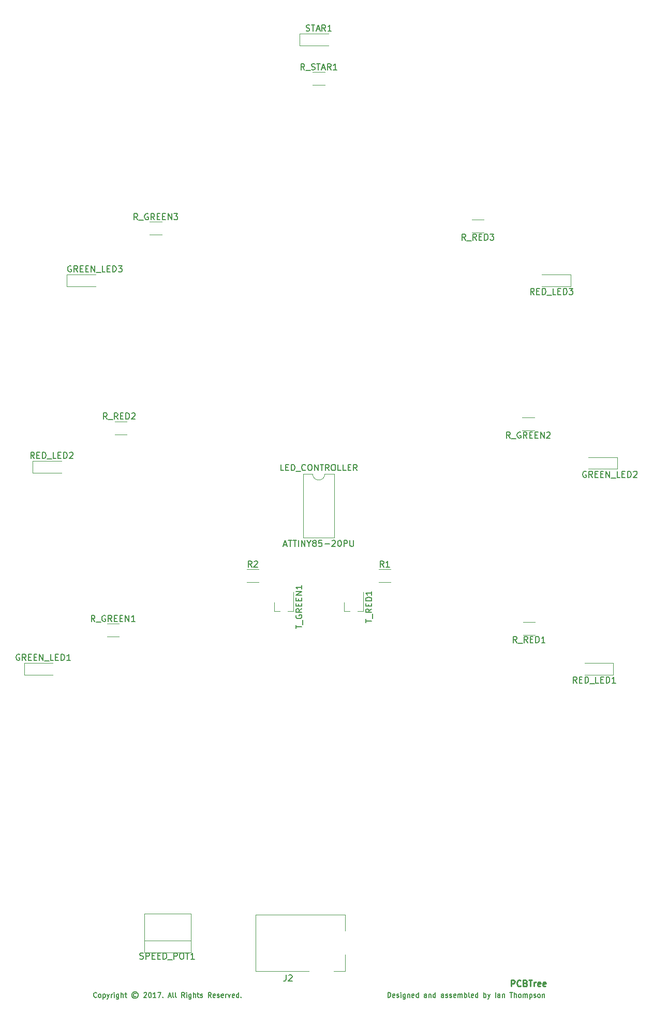
<source format=gbr>
G04 #@! TF.FileFunction,Legend,Top*
%FSLAX46Y46*%
G04 Gerber Fmt 4.6, Leading zero omitted, Abs format (unit mm)*
G04 Created by KiCad (PCBNEW 4.0.6) date Tuesday, November 14, 2017 'PMt' 08:02:21 PM*
%MOMM*%
%LPD*%
G01*
G04 APERTURE LIST*
%ADD10C,0.100000*%
%ADD11C,0.200000*%
%ADD12C,0.250000*%
%ADD13C,0.120000*%
%ADD14C,0.150000*%
G04 APERTURE END LIST*
D10*
D11*
X58904046Y-181895714D02*
X58865951Y-181933810D01*
X58751665Y-181971905D01*
X58675475Y-181971905D01*
X58561189Y-181933810D01*
X58484998Y-181857619D01*
X58446903Y-181781429D01*
X58408808Y-181629048D01*
X58408808Y-181514762D01*
X58446903Y-181362381D01*
X58484998Y-181286190D01*
X58561189Y-181210000D01*
X58675475Y-181171905D01*
X58751665Y-181171905D01*
X58865951Y-181210000D01*
X58904046Y-181248095D01*
X59361189Y-181971905D02*
X59284998Y-181933810D01*
X59246903Y-181895714D01*
X59208808Y-181819524D01*
X59208808Y-181590952D01*
X59246903Y-181514762D01*
X59284998Y-181476667D01*
X59361189Y-181438571D01*
X59475475Y-181438571D01*
X59551665Y-181476667D01*
X59589760Y-181514762D01*
X59627856Y-181590952D01*
X59627856Y-181819524D01*
X59589760Y-181895714D01*
X59551665Y-181933810D01*
X59475475Y-181971905D01*
X59361189Y-181971905D01*
X59970713Y-181438571D02*
X59970713Y-182238571D01*
X59970713Y-181476667D02*
X60046904Y-181438571D01*
X60199285Y-181438571D01*
X60275475Y-181476667D01*
X60313570Y-181514762D01*
X60351666Y-181590952D01*
X60351666Y-181819524D01*
X60313570Y-181895714D01*
X60275475Y-181933810D01*
X60199285Y-181971905D01*
X60046904Y-181971905D01*
X59970713Y-181933810D01*
X60618333Y-181438571D02*
X60808809Y-181971905D01*
X60999285Y-181438571D02*
X60808809Y-181971905D01*
X60732618Y-182162381D01*
X60694523Y-182200476D01*
X60618333Y-182238571D01*
X61304047Y-181971905D02*
X61304047Y-181438571D01*
X61304047Y-181590952D02*
X61342142Y-181514762D01*
X61380238Y-181476667D01*
X61456428Y-181438571D01*
X61532619Y-181438571D01*
X61799285Y-181971905D02*
X61799285Y-181438571D01*
X61799285Y-181171905D02*
X61761190Y-181210000D01*
X61799285Y-181248095D01*
X61837380Y-181210000D01*
X61799285Y-181171905D01*
X61799285Y-181248095D01*
X62523094Y-181438571D02*
X62523094Y-182086190D01*
X62484999Y-182162381D01*
X62446904Y-182200476D01*
X62370713Y-182238571D01*
X62256428Y-182238571D01*
X62180237Y-182200476D01*
X62523094Y-181933810D02*
X62446904Y-181971905D01*
X62294523Y-181971905D01*
X62218332Y-181933810D01*
X62180237Y-181895714D01*
X62142142Y-181819524D01*
X62142142Y-181590952D01*
X62180237Y-181514762D01*
X62218332Y-181476667D01*
X62294523Y-181438571D01*
X62446904Y-181438571D01*
X62523094Y-181476667D01*
X62904047Y-181971905D02*
X62904047Y-181171905D01*
X63246904Y-181971905D02*
X63246904Y-181552857D01*
X63208809Y-181476667D01*
X63132619Y-181438571D01*
X63018333Y-181438571D01*
X62942142Y-181476667D01*
X62904047Y-181514762D01*
X63513571Y-181438571D02*
X63818333Y-181438571D01*
X63627857Y-181171905D02*
X63627857Y-181857619D01*
X63665952Y-181933810D01*
X63742143Y-181971905D01*
X63818333Y-181971905D01*
X65342143Y-181362381D02*
X65265953Y-181324286D01*
X65113572Y-181324286D01*
X65037381Y-181362381D01*
X64961191Y-181438571D01*
X64923096Y-181514762D01*
X64923096Y-181667143D01*
X64961191Y-181743333D01*
X65037381Y-181819524D01*
X65113572Y-181857619D01*
X65265953Y-181857619D01*
X65342143Y-181819524D01*
X65189762Y-181057619D02*
X64999286Y-181095714D01*
X64808810Y-181210000D01*
X64694524Y-181400476D01*
X64656429Y-181590952D01*
X64694524Y-181781429D01*
X64808810Y-181971905D01*
X64999286Y-182086190D01*
X65189762Y-182124286D01*
X65380238Y-182086190D01*
X65570715Y-181971905D01*
X65685000Y-181781429D01*
X65723096Y-181590952D01*
X65685000Y-181400476D01*
X65570715Y-181210000D01*
X65380238Y-181095714D01*
X65189762Y-181057619D01*
X66637382Y-181248095D02*
X66675477Y-181210000D01*
X66751668Y-181171905D01*
X66942144Y-181171905D01*
X67018334Y-181210000D01*
X67056430Y-181248095D01*
X67094525Y-181324286D01*
X67094525Y-181400476D01*
X67056430Y-181514762D01*
X66599287Y-181971905D01*
X67094525Y-181971905D01*
X67589763Y-181171905D02*
X67665954Y-181171905D01*
X67742144Y-181210000D01*
X67780239Y-181248095D01*
X67818335Y-181324286D01*
X67856430Y-181476667D01*
X67856430Y-181667143D01*
X67818335Y-181819524D01*
X67780239Y-181895714D01*
X67742144Y-181933810D01*
X67665954Y-181971905D01*
X67589763Y-181971905D01*
X67513573Y-181933810D01*
X67475477Y-181895714D01*
X67437382Y-181819524D01*
X67399287Y-181667143D01*
X67399287Y-181476667D01*
X67437382Y-181324286D01*
X67475477Y-181248095D01*
X67513573Y-181210000D01*
X67589763Y-181171905D01*
X68618335Y-181971905D02*
X68161192Y-181971905D01*
X68389763Y-181971905D02*
X68389763Y-181171905D01*
X68313573Y-181286190D01*
X68237382Y-181362381D01*
X68161192Y-181400476D01*
X68885002Y-181171905D02*
X69418335Y-181171905D01*
X69075478Y-181971905D01*
X69723097Y-181895714D02*
X69761192Y-181933810D01*
X69723097Y-181971905D01*
X69685002Y-181933810D01*
X69723097Y-181895714D01*
X69723097Y-181971905D01*
X70675478Y-181743333D02*
X71056430Y-181743333D01*
X70599287Y-181971905D02*
X70865954Y-181171905D01*
X71132621Y-181971905D01*
X71513573Y-181971905D02*
X71437382Y-181933810D01*
X71399287Y-181857619D01*
X71399287Y-181171905D01*
X71932621Y-181971905D02*
X71856430Y-181933810D01*
X71818335Y-181857619D01*
X71818335Y-181171905D01*
X73304050Y-181971905D02*
X73037383Y-181590952D01*
X72846907Y-181971905D02*
X72846907Y-181171905D01*
X73151669Y-181171905D01*
X73227860Y-181210000D01*
X73265955Y-181248095D01*
X73304050Y-181324286D01*
X73304050Y-181438571D01*
X73265955Y-181514762D01*
X73227860Y-181552857D01*
X73151669Y-181590952D01*
X72846907Y-181590952D01*
X73646907Y-181971905D02*
X73646907Y-181438571D01*
X73646907Y-181171905D02*
X73608812Y-181210000D01*
X73646907Y-181248095D01*
X73685002Y-181210000D01*
X73646907Y-181171905D01*
X73646907Y-181248095D01*
X74370716Y-181438571D02*
X74370716Y-182086190D01*
X74332621Y-182162381D01*
X74294526Y-182200476D01*
X74218335Y-182238571D01*
X74104050Y-182238571D01*
X74027859Y-182200476D01*
X74370716Y-181933810D02*
X74294526Y-181971905D01*
X74142145Y-181971905D01*
X74065954Y-181933810D01*
X74027859Y-181895714D01*
X73989764Y-181819524D01*
X73989764Y-181590952D01*
X74027859Y-181514762D01*
X74065954Y-181476667D01*
X74142145Y-181438571D01*
X74294526Y-181438571D01*
X74370716Y-181476667D01*
X74751669Y-181971905D02*
X74751669Y-181171905D01*
X75094526Y-181971905D02*
X75094526Y-181552857D01*
X75056431Y-181476667D01*
X74980241Y-181438571D01*
X74865955Y-181438571D01*
X74789764Y-181476667D01*
X74751669Y-181514762D01*
X75361193Y-181438571D02*
X75665955Y-181438571D01*
X75475479Y-181171905D02*
X75475479Y-181857619D01*
X75513574Y-181933810D01*
X75589765Y-181971905D01*
X75665955Y-181971905D01*
X75894527Y-181933810D02*
X75970717Y-181971905D01*
X76123098Y-181971905D01*
X76199289Y-181933810D01*
X76237384Y-181857619D01*
X76237384Y-181819524D01*
X76199289Y-181743333D01*
X76123098Y-181705238D01*
X76008813Y-181705238D01*
X75932622Y-181667143D01*
X75894527Y-181590952D01*
X75894527Y-181552857D01*
X75932622Y-181476667D01*
X76008813Y-181438571D01*
X76123098Y-181438571D01*
X76199289Y-181476667D01*
X77646908Y-181971905D02*
X77380241Y-181590952D01*
X77189765Y-181971905D02*
X77189765Y-181171905D01*
X77494527Y-181171905D01*
X77570718Y-181210000D01*
X77608813Y-181248095D01*
X77646908Y-181324286D01*
X77646908Y-181438571D01*
X77608813Y-181514762D01*
X77570718Y-181552857D01*
X77494527Y-181590952D01*
X77189765Y-181590952D01*
X78294527Y-181933810D02*
X78218337Y-181971905D01*
X78065956Y-181971905D01*
X77989765Y-181933810D01*
X77951670Y-181857619D01*
X77951670Y-181552857D01*
X77989765Y-181476667D01*
X78065956Y-181438571D01*
X78218337Y-181438571D01*
X78294527Y-181476667D01*
X78332622Y-181552857D01*
X78332622Y-181629048D01*
X77951670Y-181705238D01*
X78637384Y-181933810D02*
X78713574Y-181971905D01*
X78865955Y-181971905D01*
X78942146Y-181933810D01*
X78980241Y-181857619D01*
X78980241Y-181819524D01*
X78942146Y-181743333D01*
X78865955Y-181705238D01*
X78751670Y-181705238D01*
X78675479Y-181667143D01*
X78637384Y-181590952D01*
X78637384Y-181552857D01*
X78675479Y-181476667D01*
X78751670Y-181438571D01*
X78865955Y-181438571D01*
X78942146Y-181476667D01*
X79627860Y-181933810D02*
X79551670Y-181971905D01*
X79399289Y-181971905D01*
X79323098Y-181933810D01*
X79285003Y-181857619D01*
X79285003Y-181552857D01*
X79323098Y-181476667D01*
X79399289Y-181438571D01*
X79551670Y-181438571D01*
X79627860Y-181476667D01*
X79665955Y-181552857D01*
X79665955Y-181629048D01*
X79285003Y-181705238D01*
X80008812Y-181971905D02*
X80008812Y-181438571D01*
X80008812Y-181590952D02*
X80046907Y-181514762D01*
X80085003Y-181476667D01*
X80161193Y-181438571D01*
X80237384Y-181438571D01*
X80427860Y-181438571D02*
X80618336Y-181971905D01*
X80808812Y-181438571D01*
X81418336Y-181933810D02*
X81342146Y-181971905D01*
X81189765Y-181971905D01*
X81113574Y-181933810D01*
X81075479Y-181857619D01*
X81075479Y-181552857D01*
X81113574Y-181476667D01*
X81189765Y-181438571D01*
X81342146Y-181438571D01*
X81418336Y-181476667D01*
X81456431Y-181552857D01*
X81456431Y-181629048D01*
X81075479Y-181705238D01*
X82142145Y-181971905D02*
X82142145Y-181171905D01*
X82142145Y-181933810D02*
X82065955Y-181971905D01*
X81913574Y-181971905D01*
X81837383Y-181933810D01*
X81799288Y-181895714D01*
X81761193Y-181819524D01*
X81761193Y-181590952D01*
X81799288Y-181514762D01*
X81837383Y-181476667D01*
X81913574Y-181438571D01*
X82065955Y-181438571D01*
X82142145Y-181476667D01*
X82523098Y-181895714D02*
X82561193Y-181933810D01*
X82523098Y-181971905D01*
X82485003Y-181933810D01*
X82523098Y-181895714D01*
X82523098Y-181971905D01*
X106560948Y-181971905D02*
X106560948Y-181171905D01*
X106751424Y-181171905D01*
X106865710Y-181210000D01*
X106941901Y-181286190D01*
X106979996Y-181362381D01*
X107018091Y-181514762D01*
X107018091Y-181629048D01*
X106979996Y-181781429D01*
X106941901Y-181857619D01*
X106865710Y-181933810D01*
X106751424Y-181971905D01*
X106560948Y-181971905D01*
X107665710Y-181933810D02*
X107589520Y-181971905D01*
X107437139Y-181971905D01*
X107360948Y-181933810D01*
X107322853Y-181857619D01*
X107322853Y-181552857D01*
X107360948Y-181476667D01*
X107437139Y-181438571D01*
X107589520Y-181438571D01*
X107665710Y-181476667D01*
X107703805Y-181552857D01*
X107703805Y-181629048D01*
X107322853Y-181705238D01*
X108008567Y-181933810D02*
X108084757Y-181971905D01*
X108237138Y-181971905D01*
X108313329Y-181933810D01*
X108351424Y-181857619D01*
X108351424Y-181819524D01*
X108313329Y-181743333D01*
X108237138Y-181705238D01*
X108122853Y-181705238D01*
X108046662Y-181667143D01*
X108008567Y-181590952D01*
X108008567Y-181552857D01*
X108046662Y-181476667D01*
X108122853Y-181438571D01*
X108237138Y-181438571D01*
X108313329Y-181476667D01*
X108694281Y-181971905D02*
X108694281Y-181438571D01*
X108694281Y-181171905D02*
X108656186Y-181210000D01*
X108694281Y-181248095D01*
X108732376Y-181210000D01*
X108694281Y-181171905D01*
X108694281Y-181248095D01*
X109418090Y-181438571D02*
X109418090Y-182086190D01*
X109379995Y-182162381D01*
X109341900Y-182200476D01*
X109265709Y-182238571D01*
X109151424Y-182238571D01*
X109075233Y-182200476D01*
X109418090Y-181933810D02*
X109341900Y-181971905D01*
X109189519Y-181971905D01*
X109113328Y-181933810D01*
X109075233Y-181895714D01*
X109037138Y-181819524D01*
X109037138Y-181590952D01*
X109075233Y-181514762D01*
X109113328Y-181476667D01*
X109189519Y-181438571D01*
X109341900Y-181438571D01*
X109418090Y-181476667D01*
X109799043Y-181438571D02*
X109799043Y-181971905D01*
X109799043Y-181514762D02*
X109837138Y-181476667D01*
X109913329Y-181438571D01*
X110027615Y-181438571D01*
X110103805Y-181476667D01*
X110141900Y-181552857D01*
X110141900Y-181971905D01*
X110827615Y-181933810D02*
X110751425Y-181971905D01*
X110599044Y-181971905D01*
X110522853Y-181933810D01*
X110484758Y-181857619D01*
X110484758Y-181552857D01*
X110522853Y-181476667D01*
X110599044Y-181438571D01*
X110751425Y-181438571D01*
X110827615Y-181476667D01*
X110865710Y-181552857D01*
X110865710Y-181629048D01*
X110484758Y-181705238D01*
X111551424Y-181971905D02*
X111551424Y-181171905D01*
X111551424Y-181933810D02*
X111475234Y-181971905D01*
X111322853Y-181971905D01*
X111246662Y-181933810D01*
X111208567Y-181895714D01*
X111170472Y-181819524D01*
X111170472Y-181590952D01*
X111208567Y-181514762D01*
X111246662Y-181476667D01*
X111322853Y-181438571D01*
X111475234Y-181438571D01*
X111551424Y-181476667D01*
X112884758Y-181971905D02*
X112884758Y-181552857D01*
X112846663Y-181476667D01*
X112770473Y-181438571D01*
X112618092Y-181438571D01*
X112541901Y-181476667D01*
X112884758Y-181933810D02*
X112808568Y-181971905D01*
X112618092Y-181971905D01*
X112541901Y-181933810D01*
X112503806Y-181857619D01*
X112503806Y-181781429D01*
X112541901Y-181705238D01*
X112618092Y-181667143D01*
X112808568Y-181667143D01*
X112884758Y-181629048D01*
X113265711Y-181438571D02*
X113265711Y-181971905D01*
X113265711Y-181514762D02*
X113303806Y-181476667D01*
X113379997Y-181438571D01*
X113494283Y-181438571D01*
X113570473Y-181476667D01*
X113608568Y-181552857D01*
X113608568Y-181971905D01*
X114332378Y-181971905D02*
X114332378Y-181171905D01*
X114332378Y-181933810D02*
X114256188Y-181971905D01*
X114103807Y-181971905D01*
X114027616Y-181933810D01*
X113989521Y-181895714D01*
X113951426Y-181819524D01*
X113951426Y-181590952D01*
X113989521Y-181514762D01*
X114027616Y-181476667D01*
X114103807Y-181438571D01*
X114256188Y-181438571D01*
X114332378Y-181476667D01*
X115665712Y-181971905D02*
X115665712Y-181552857D01*
X115627617Y-181476667D01*
X115551427Y-181438571D01*
X115399046Y-181438571D01*
X115322855Y-181476667D01*
X115665712Y-181933810D02*
X115589522Y-181971905D01*
X115399046Y-181971905D01*
X115322855Y-181933810D01*
X115284760Y-181857619D01*
X115284760Y-181781429D01*
X115322855Y-181705238D01*
X115399046Y-181667143D01*
X115589522Y-181667143D01*
X115665712Y-181629048D01*
X116008570Y-181933810D02*
X116084760Y-181971905D01*
X116237141Y-181971905D01*
X116313332Y-181933810D01*
X116351427Y-181857619D01*
X116351427Y-181819524D01*
X116313332Y-181743333D01*
X116237141Y-181705238D01*
X116122856Y-181705238D01*
X116046665Y-181667143D01*
X116008570Y-181590952D01*
X116008570Y-181552857D01*
X116046665Y-181476667D01*
X116122856Y-181438571D01*
X116237141Y-181438571D01*
X116313332Y-181476667D01*
X116656189Y-181933810D02*
X116732379Y-181971905D01*
X116884760Y-181971905D01*
X116960951Y-181933810D01*
X116999046Y-181857619D01*
X116999046Y-181819524D01*
X116960951Y-181743333D01*
X116884760Y-181705238D01*
X116770475Y-181705238D01*
X116694284Y-181667143D01*
X116656189Y-181590952D01*
X116656189Y-181552857D01*
X116694284Y-181476667D01*
X116770475Y-181438571D01*
X116884760Y-181438571D01*
X116960951Y-181476667D01*
X117646665Y-181933810D02*
X117570475Y-181971905D01*
X117418094Y-181971905D01*
X117341903Y-181933810D01*
X117303808Y-181857619D01*
X117303808Y-181552857D01*
X117341903Y-181476667D01*
X117418094Y-181438571D01*
X117570475Y-181438571D01*
X117646665Y-181476667D01*
X117684760Y-181552857D01*
X117684760Y-181629048D01*
X117303808Y-181705238D01*
X118027617Y-181971905D02*
X118027617Y-181438571D01*
X118027617Y-181514762D02*
X118065712Y-181476667D01*
X118141903Y-181438571D01*
X118256189Y-181438571D01*
X118332379Y-181476667D01*
X118370474Y-181552857D01*
X118370474Y-181971905D01*
X118370474Y-181552857D02*
X118408570Y-181476667D01*
X118484760Y-181438571D01*
X118599046Y-181438571D01*
X118675236Y-181476667D01*
X118713331Y-181552857D01*
X118713331Y-181971905D01*
X119094284Y-181971905D02*
X119094284Y-181171905D01*
X119094284Y-181476667D02*
X119170475Y-181438571D01*
X119322856Y-181438571D01*
X119399046Y-181476667D01*
X119437141Y-181514762D01*
X119475237Y-181590952D01*
X119475237Y-181819524D01*
X119437141Y-181895714D01*
X119399046Y-181933810D01*
X119322856Y-181971905D01*
X119170475Y-181971905D01*
X119094284Y-181933810D01*
X119932380Y-181971905D02*
X119856189Y-181933810D01*
X119818094Y-181857619D01*
X119818094Y-181171905D01*
X120541904Y-181933810D02*
X120465714Y-181971905D01*
X120313333Y-181971905D01*
X120237142Y-181933810D01*
X120199047Y-181857619D01*
X120199047Y-181552857D01*
X120237142Y-181476667D01*
X120313333Y-181438571D01*
X120465714Y-181438571D01*
X120541904Y-181476667D01*
X120579999Y-181552857D01*
X120579999Y-181629048D01*
X120199047Y-181705238D01*
X121265713Y-181971905D02*
X121265713Y-181171905D01*
X121265713Y-181933810D02*
X121189523Y-181971905D01*
X121037142Y-181971905D01*
X120960951Y-181933810D01*
X120922856Y-181895714D01*
X120884761Y-181819524D01*
X120884761Y-181590952D01*
X120922856Y-181514762D01*
X120960951Y-181476667D01*
X121037142Y-181438571D01*
X121189523Y-181438571D01*
X121265713Y-181476667D01*
X122256190Y-181971905D02*
X122256190Y-181171905D01*
X122256190Y-181476667D02*
X122332381Y-181438571D01*
X122484762Y-181438571D01*
X122560952Y-181476667D01*
X122599047Y-181514762D01*
X122637143Y-181590952D01*
X122637143Y-181819524D01*
X122599047Y-181895714D01*
X122560952Y-181933810D01*
X122484762Y-181971905D01*
X122332381Y-181971905D01*
X122256190Y-181933810D01*
X122903810Y-181438571D02*
X123094286Y-181971905D01*
X123284762Y-181438571D02*
X123094286Y-181971905D01*
X123018095Y-182162381D01*
X122980000Y-182200476D01*
X122903810Y-182238571D01*
X124199048Y-181971905D02*
X124199048Y-181171905D01*
X124922857Y-181971905D02*
X124922857Y-181552857D01*
X124884762Y-181476667D01*
X124808572Y-181438571D01*
X124656191Y-181438571D01*
X124580000Y-181476667D01*
X124922857Y-181933810D02*
X124846667Y-181971905D01*
X124656191Y-181971905D01*
X124580000Y-181933810D01*
X124541905Y-181857619D01*
X124541905Y-181781429D01*
X124580000Y-181705238D01*
X124656191Y-181667143D01*
X124846667Y-181667143D01*
X124922857Y-181629048D01*
X125303810Y-181438571D02*
X125303810Y-181971905D01*
X125303810Y-181514762D02*
X125341905Y-181476667D01*
X125418096Y-181438571D01*
X125532382Y-181438571D01*
X125608572Y-181476667D01*
X125646667Y-181552857D01*
X125646667Y-181971905D01*
X126522858Y-181171905D02*
X126980001Y-181171905D01*
X126751430Y-181971905D02*
X126751430Y-181171905D01*
X127246668Y-181971905D02*
X127246668Y-181171905D01*
X127589525Y-181971905D02*
X127589525Y-181552857D01*
X127551430Y-181476667D01*
X127475240Y-181438571D01*
X127360954Y-181438571D01*
X127284763Y-181476667D01*
X127246668Y-181514762D01*
X128084764Y-181971905D02*
X128008573Y-181933810D01*
X127970478Y-181895714D01*
X127932383Y-181819524D01*
X127932383Y-181590952D01*
X127970478Y-181514762D01*
X128008573Y-181476667D01*
X128084764Y-181438571D01*
X128199050Y-181438571D01*
X128275240Y-181476667D01*
X128313335Y-181514762D01*
X128351431Y-181590952D01*
X128351431Y-181819524D01*
X128313335Y-181895714D01*
X128275240Y-181933810D01*
X128199050Y-181971905D01*
X128084764Y-181971905D01*
X128694288Y-181971905D02*
X128694288Y-181438571D01*
X128694288Y-181514762D02*
X128732383Y-181476667D01*
X128808574Y-181438571D01*
X128922860Y-181438571D01*
X128999050Y-181476667D01*
X129037145Y-181552857D01*
X129037145Y-181971905D01*
X129037145Y-181552857D02*
X129075241Y-181476667D01*
X129151431Y-181438571D01*
X129265717Y-181438571D01*
X129341907Y-181476667D01*
X129380002Y-181552857D01*
X129380002Y-181971905D01*
X129760955Y-181438571D02*
X129760955Y-182238571D01*
X129760955Y-181476667D02*
X129837146Y-181438571D01*
X129989527Y-181438571D01*
X130065717Y-181476667D01*
X130103812Y-181514762D01*
X130141908Y-181590952D01*
X130141908Y-181819524D01*
X130103812Y-181895714D01*
X130065717Y-181933810D01*
X129989527Y-181971905D01*
X129837146Y-181971905D01*
X129760955Y-181933810D01*
X130446670Y-181933810D02*
X130522860Y-181971905D01*
X130675241Y-181971905D01*
X130751432Y-181933810D01*
X130789527Y-181857619D01*
X130789527Y-181819524D01*
X130751432Y-181743333D01*
X130675241Y-181705238D01*
X130560956Y-181705238D01*
X130484765Y-181667143D01*
X130446670Y-181590952D01*
X130446670Y-181552857D01*
X130484765Y-181476667D01*
X130560956Y-181438571D01*
X130675241Y-181438571D01*
X130751432Y-181476667D01*
X131246670Y-181971905D02*
X131170479Y-181933810D01*
X131132384Y-181895714D01*
X131094289Y-181819524D01*
X131094289Y-181590952D01*
X131132384Y-181514762D01*
X131170479Y-181476667D01*
X131246670Y-181438571D01*
X131360956Y-181438571D01*
X131437146Y-181476667D01*
X131475241Y-181514762D01*
X131513337Y-181590952D01*
X131513337Y-181819524D01*
X131475241Y-181895714D01*
X131437146Y-181933810D01*
X131360956Y-181971905D01*
X131246670Y-181971905D01*
X131856194Y-181438571D02*
X131856194Y-181971905D01*
X131856194Y-181514762D02*
X131894289Y-181476667D01*
X131970480Y-181438571D01*
X132084766Y-181438571D01*
X132160956Y-181476667D01*
X132199051Y-181552857D01*
X132199051Y-181971905D01*
D12*
X126730476Y-180157381D02*
X126730476Y-179157381D01*
X127111429Y-179157381D01*
X127206667Y-179205000D01*
X127254286Y-179252619D01*
X127301905Y-179347857D01*
X127301905Y-179490714D01*
X127254286Y-179585952D01*
X127206667Y-179633571D01*
X127111429Y-179681190D01*
X126730476Y-179681190D01*
X128301905Y-180062143D02*
X128254286Y-180109762D01*
X128111429Y-180157381D01*
X128016191Y-180157381D01*
X127873333Y-180109762D01*
X127778095Y-180014524D01*
X127730476Y-179919286D01*
X127682857Y-179728810D01*
X127682857Y-179585952D01*
X127730476Y-179395476D01*
X127778095Y-179300238D01*
X127873333Y-179205000D01*
X128016191Y-179157381D01*
X128111429Y-179157381D01*
X128254286Y-179205000D01*
X128301905Y-179252619D01*
X129063810Y-179633571D02*
X129206667Y-179681190D01*
X129254286Y-179728810D01*
X129301905Y-179824048D01*
X129301905Y-179966905D01*
X129254286Y-180062143D01*
X129206667Y-180109762D01*
X129111429Y-180157381D01*
X128730476Y-180157381D01*
X128730476Y-179157381D01*
X129063810Y-179157381D01*
X129159048Y-179205000D01*
X129206667Y-179252619D01*
X129254286Y-179347857D01*
X129254286Y-179443095D01*
X129206667Y-179538333D01*
X129159048Y-179585952D01*
X129063810Y-179633571D01*
X128730476Y-179633571D01*
X129587619Y-179157381D02*
X130159048Y-179157381D01*
X129873333Y-180157381D02*
X129873333Y-179157381D01*
X130492381Y-180157381D02*
X130492381Y-179490714D01*
X130492381Y-179681190D02*
X130540000Y-179585952D01*
X130587619Y-179538333D01*
X130682857Y-179490714D01*
X130778096Y-179490714D01*
X131492382Y-180109762D02*
X131397144Y-180157381D01*
X131206667Y-180157381D01*
X131111429Y-180109762D01*
X131063810Y-180014524D01*
X131063810Y-179633571D01*
X131111429Y-179538333D01*
X131206667Y-179490714D01*
X131397144Y-179490714D01*
X131492382Y-179538333D01*
X131540001Y-179633571D01*
X131540001Y-179728810D01*
X131063810Y-179824048D01*
X132349525Y-180109762D02*
X132254287Y-180157381D01*
X132063810Y-180157381D01*
X131968572Y-180109762D01*
X131920953Y-180014524D01*
X131920953Y-179633571D01*
X131968572Y-179538333D01*
X132063810Y-179490714D01*
X132254287Y-179490714D01*
X132349525Y-179538333D01*
X132397144Y-179633571D01*
X132397144Y-179728810D01*
X131920953Y-179824048D01*
D13*
X47065000Y-127320000D02*
X47065000Y-129220000D01*
X47065000Y-129220000D02*
X51765000Y-129220000D01*
X47065000Y-127320000D02*
X51765000Y-127320000D01*
X144070000Y-95565000D02*
X144070000Y-93665000D01*
X144070000Y-93665000D02*
X139370000Y-93665000D01*
X144070000Y-95565000D02*
X139370000Y-95565000D01*
X54050000Y-63820000D02*
X54050000Y-65720000D01*
X54050000Y-65720000D02*
X58750000Y-65720000D01*
X54050000Y-63820000D02*
X58750000Y-63820000D01*
X94250000Y-96400000D02*
X92680000Y-96400000D01*
X92680000Y-96400000D02*
X92680000Y-106800000D01*
X92680000Y-106800000D02*
X97820000Y-106800000D01*
X97820000Y-106800000D02*
X97820000Y-96400000D01*
X97820000Y-96400000D02*
X96250000Y-96400000D01*
X96250000Y-96400000D02*
G75*
G02X94250000Y-96400000I-1000000J0D01*
G01*
X143435000Y-129220000D02*
X143435000Y-127320000D01*
X143435000Y-127320000D02*
X138735000Y-127320000D01*
X143435000Y-129220000D02*
X138735000Y-129220000D01*
X48462000Y-94300000D02*
X48462000Y-96200000D01*
X48462000Y-96200000D02*
X53162000Y-96200000D01*
X48462000Y-94300000D02*
X53162000Y-94300000D01*
X136450000Y-65720000D02*
X136450000Y-63820000D01*
X136450000Y-63820000D02*
X131750000Y-63820000D01*
X136450000Y-65720000D02*
X131750000Y-65720000D01*
X62595000Y-122990000D02*
X60595000Y-122990000D01*
X60595000Y-120850000D02*
X62595000Y-120850000D01*
X128540000Y-87195000D02*
X130540000Y-87195000D01*
X130540000Y-89335000D02*
X128540000Y-89335000D01*
X69580000Y-57331000D02*
X67580000Y-57331000D01*
X67580000Y-55191000D02*
X69580000Y-55191000D01*
X128667000Y-120596000D02*
X130667000Y-120596000D01*
X130667000Y-122736000D02*
X128667000Y-122736000D01*
X63865000Y-89970000D02*
X61865000Y-89970000D01*
X61865000Y-87830000D02*
X63865000Y-87830000D01*
X120285000Y-54810000D02*
X122285000Y-54810000D01*
X122285000Y-56950000D02*
X120285000Y-56950000D01*
X96250000Y-32820000D02*
X94250000Y-32820000D01*
X94250000Y-30680000D02*
X96250000Y-30680000D01*
X74295000Y-174620000D02*
X74295000Y-168280000D01*
X66675000Y-174620000D02*
X66675000Y-168280000D01*
X66675000Y-172720000D02*
X74295000Y-172720000D01*
X74295000Y-174620000D02*
X66675000Y-174620000D01*
X66675000Y-168280000D02*
X74295000Y-168280000D01*
X92150000Y-24450000D02*
X92150000Y-26350000D01*
X92150000Y-26350000D02*
X96850000Y-26350000D01*
X92150000Y-24450000D02*
X96850000Y-24450000D01*
X93679000Y-177701000D02*
X84879000Y-177701000D01*
X84879000Y-177701000D02*
X84879000Y-168501000D01*
X99579000Y-175001000D02*
X99579000Y-177701000D01*
X99579000Y-177701000D02*
X97679000Y-177701000D01*
X84879000Y-168501000D02*
X99579000Y-168501000D01*
X99579000Y-168501000D02*
X99579000Y-171101000D01*
X107045000Y-114100000D02*
X105045000Y-114100000D01*
X105045000Y-111960000D02*
X107045000Y-111960000D01*
X85455000Y-114100000D02*
X83455000Y-114100000D01*
X83455000Y-111960000D02*
X85455000Y-111960000D01*
X87955000Y-118870000D02*
X88885000Y-118870000D01*
X91115000Y-118870000D02*
X90185000Y-118870000D01*
X91115000Y-118870000D02*
X91115000Y-115710000D01*
X87955000Y-118870000D02*
X87955000Y-117410000D01*
X99385000Y-118870000D02*
X100315000Y-118870000D01*
X102545000Y-118870000D02*
X101615000Y-118870000D01*
X102545000Y-118870000D02*
X102545000Y-115710000D01*
X99385000Y-118870000D02*
X99385000Y-117410000D01*
D14*
X46284048Y-125920000D02*
X46188810Y-125872381D01*
X46045953Y-125872381D01*
X45903095Y-125920000D01*
X45807857Y-126015238D01*
X45760238Y-126110476D01*
X45712619Y-126300952D01*
X45712619Y-126443810D01*
X45760238Y-126634286D01*
X45807857Y-126729524D01*
X45903095Y-126824762D01*
X46045953Y-126872381D01*
X46141191Y-126872381D01*
X46284048Y-126824762D01*
X46331667Y-126777143D01*
X46331667Y-126443810D01*
X46141191Y-126443810D01*
X47331667Y-126872381D02*
X46998333Y-126396190D01*
X46760238Y-126872381D02*
X46760238Y-125872381D01*
X47141191Y-125872381D01*
X47236429Y-125920000D01*
X47284048Y-125967619D01*
X47331667Y-126062857D01*
X47331667Y-126205714D01*
X47284048Y-126300952D01*
X47236429Y-126348571D01*
X47141191Y-126396190D01*
X46760238Y-126396190D01*
X47760238Y-126348571D02*
X48093572Y-126348571D01*
X48236429Y-126872381D02*
X47760238Y-126872381D01*
X47760238Y-125872381D01*
X48236429Y-125872381D01*
X48665000Y-126348571D02*
X48998334Y-126348571D01*
X49141191Y-126872381D02*
X48665000Y-126872381D01*
X48665000Y-125872381D01*
X49141191Y-125872381D01*
X49569762Y-126872381D02*
X49569762Y-125872381D01*
X50141191Y-126872381D01*
X50141191Y-125872381D01*
X50379286Y-126967619D02*
X51141191Y-126967619D01*
X51855477Y-126872381D02*
X51379286Y-126872381D01*
X51379286Y-125872381D01*
X52188810Y-126348571D02*
X52522144Y-126348571D01*
X52665001Y-126872381D02*
X52188810Y-126872381D01*
X52188810Y-125872381D01*
X52665001Y-125872381D01*
X53093572Y-126872381D02*
X53093572Y-125872381D01*
X53331667Y-125872381D01*
X53474525Y-125920000D01*
X53569763Y-126015238D01*
X53617382Y-126110476D01*
X53665001Y-126300952D01*
X53665001Y-126443810D01*
X53617382Y-126634286D01*
X53569763Y-126729524D01*
X53474525Y-126824762D01*
X53331667Y-126872381D01*
X53093572Y-126872381D01*
X54617382Y-126872381D02*
X54045953Y-126872381D01*
X54331667Y-126872381D02*
X54331667Y-125872381D01*
X54236429Y-126015238D01*
X54141191Y-126110476D01*
X54045953Y-126158095D01*
X138994048Y-96020000D02*
X138898810Y-95972381D01*
X138755953Y-95972381D01*
X138613095Y-96020000D01*
X138517857Y-96115238D01*
X138470238Y-96210476D01*
X138422619Y-96400952D01*
X138422619Y-96543810D01*
X138470238Y-96734286D01*
X138517857Y-96829524D01*
X138613095Y-96924762D01*
X138755953Y-96972381D01*
X138851191Y-96972381D01*
X138994048Y-96924762D01*
X139041667Y-96877143D01*
X139041667Y-96543810D01*
X138851191Y-96543810D01*
X140041667Y-96972381D02*
X139708333Y-96496190D01*
X139470238Y-96972381D02*
X139470238Y-95972381D01*
X139851191Y-95972381D01*
X139946429Y-96020000D01*
X139994048Y-96067619D01*
X140041667Y-96162857D01*
X140041667Y-96305714D01*
X139994048Y-96400952D01*
X139946429Y-96448571D01*
X139851191Y-96496190D01*
X139470238Y-96496190D01*
X140470238Y-96448571D02*
X140803572Y-96448571D01*
X140946429Y-96972381D02*
X140470238Y-96972381D01*
X140470238Y-95972381D01*
X140946429Y-95972381D01*
X141375000Y-96448571D02*
X141708334Y-96448571D01*
X141851191Y-96972381D02*
X141375000Y-96972381D01*
X141375000Y-95972381D01*
X141851191Y-95972381D01*
X142279762Y-96972381D02*
X142279762Y-95972381D01*
X142851191Y-96972381D01*
X142851191Y-95972381D01*
X143089286Y-97067619D02*
X143851191Y-97067619D01*
X144565477Y-96972381D02*
X144089286Y-96972381D01*
X144089286Y-95972381D01*
X144898810Y-96448571D02*
X145232144Y-96448571D01*
X145375001Y-96972381D02*
X144898810Y-96972381D01*
X144898810Y-95972381D01*
X145375001Y-95972381D01*
X145803572Y-96972381D02*
X145803572Y-95972381D01*
X146041667Y-95972381D01*
X146184525Y-96020000D01*
X146279763Y-96115238D01*
X146327382Y-96210476D01*
X146375001Y-96400952D01*
X146375001Y-96543810D01*
X146327382Y-96734286D01*
X146279763Y-96829524D01*
X146184525Y-96924762D01*
X146041667Y-96972381D01*
X145803572Y-96972381D01*
X146755953Y-96067619D02*
X146803572Y-96020000D01*
X146898810Y-95972381D01*
X147136906Y-95972381D01*
X147232144Y-96020000D01*
X147279763Y-96067619D01*
X147327382Y-96162857D01*
X147327382Y-96258095D01*
X147279763Y-96400952D01*
X146708334Y-96972381D01*
X147327382Y-96972381D01*
X54729548Y-62428500D02*
X54634310Y-62380881D01*
X54491453Y-62380881D01*
X54348595Y-62428500D01*
X54253357Y-62523738D01*
X54205738Y-62618976D01*
X54158119Y-62809452D01*
X54158119Y-62952310D01*
X54205738Y-63142786D01*
X54253357Y-63238024D01*
X54348595Y-63333262D01*
X54491453Y-63380881D01*
X54586691Y-63380881D01*
X54729548Y-63333262D01*
X54777167Y-63285643D01*
X54777167Y-62952310D01*
X54586691Y-62952310D01*
X55777167Y-63380881D02*
X55443833Y-62904690D01*
X55205738Y-63380881D02*
X55205738Y-62380881D01*
X55586691Y-62380881D01*
X55681929Y-62428500D01*
X55729548Y-62476119D01*
X55777167Y-62571357D01*
X55777167Y-62714214D01*
X55729548Y-62809452D01*
X55681929Y-62857071D01*
X55586691Y-62904690D01*
X55205738Y-62904690D01*
X56205738Y-62857071D02*
X56539072Y-62857071D01*
X56681929Y-63380881D02*
X56205738Y-63380881D01*
X56205738Y-62380881D01*
X56681929Y-62380881D01*
X57110500Y-62857071D02*
X57443834Y-62857071D01*
X57586691Y-63380881D02*
X57110500Y-63380881D01*
X57110500Y-62380881D01*
X57586691Y-62380881D01*
X58015262Y-63380881D02*
X58015262Y-62380881D01*
X58586691Y-63380881D01*
X58586691Y-62380881D01*
X58824786Y-63476119D02*
X59586691Y-63476119D01*
X60300977Y-63380881D02*
X59824786Y-63380881D01*
X59824786Y-62380881D01*
X60634310Y-62857071D02*
X60967644Y-62857071D01*
X61110501Y-63380881D02*
X60634310Y-63380881D01*
X60634310Y-62380881D01*
X61110501Y-62380881D01*
X61539072Y-63380881D02*
X61539072Y-62380881D01*
X61777167Y-62380881D01*
X61920025Y-62428500D01*
X62015263Y-62523738D01*
X62062882Y-62618976D01*
X62110501Y-62809452D01*
X62110501Y-62952310D01*
X62062882Y-63142786D01*
X62015263Y-63238024D01*
X61920025Y-63333262D01*
X61777167Y-63380881D01*
X61539072Y-63380881D01*
X62443834Y-62380881D02*
X63062882Y-62380881D01*
X62729548Y-62761833D01*
X62872406Y-62761833D01*
X62967644Y-62809452D01*
X63015263Y-62857071D01*
X63062882Y-62952310D01*
X63062882Y-63190405D01*
X63015263Y-63285643D01*
X62967644Y-63333262D01*
X62872406Y-63380881D01*
X62586691Y-63380881D01*
X62491453Y-63333262D01*
X62443834Y-63285643D01*
X89511905Y-95852381D02*
X89035714Y-95852381D01*
X89035714Y-94852381D01*
X89845238Y-95328571D02*
X90178572Y-95328571D01*
X90321429Y-95852381D02*
X89845238Y-95852381D01*
X89845238Y-94852381D01*
X90321429Y-94852381D01*
X90750000Y-95852381D02*
X90750000Y-94852381D01*
X90988095Y-94852381D01*
X91130953Y-94900000D01*
X91226191Y-94995238D01*
X91273810Y-95090476D01*
X91321429Y-95280952D01*
X91321429Y-95423810D01*
X91273810Y-95614286D01*
X91226191Y-95709524D01*
X91130953Y-95804762D01*
X90988095Y-95852381D01*
X90750000Y-95852381D01*
X91511905Y-95947619D02*
X92273810Y-95947619D01*
X93083334Y-95757143D02*
X93035715Y-95804762D01*
X92892858Y-95852381D01*
X92797620Y-95852381D01*
X92654762Y-95804762D01*
X92559524Y-95709524D01*
X92511905Y-95614286D01*
X92464286Y-95423810D01*
X92464286Y-95280952D01*
X92511905Y-95090476D01*
X92559524Y-94995238D01*
X92654762Y-94900000D01*
X92797620Y-94852381D01*
X92892858Y-94852381D01*
X93035715Y-94900000D01*
X93083334Y-94947619D01*
X93702381Y-94852381D02*
X93892858Y-94852381D01*
X93988096Y-94900000D01*
X94083334Y-94995238D01*
X94130953Y-95185714D01*
X94130953Y-95519048D01*
X94083334Y-95709524D01*
X93988096Y-95804762D01*
X93892858Y-95852381D01*
X93702381Y-95852381D01*
X93607143Y-95804762D01*
X93511905Y-95709524D01*
X93464286Y-95519048D01*
X93464286Y-95185714D01*
X93511905Y-94995238D01*
X93607143Y-94900000D01*
X93702381Y-94852381D01*
X94559524Y-95852381D02*
X94559524Y-94852381D01*
X95130953Y-95852381D01*
X95130953Y-94852381D01*
X95464286Y-94852381D02*
X96035715Y-94852381D01*
X95750000Y-95852381D02*
X95750000Y-94852381D01*
X96940477Y-95852381D02*
X96607143Y-95376190D01*
X96369048Y-95852381D02*
X96369048Y-94852381D01*
X96750001Y-94852381D01*
X96845239Y-94900000D01*
X96892858Y-94947619D01*
X96940477Y-95042857D01*
X96940477Y-95185714D01*
X96892858Y-95280952D01*
X96845239Y-95328571D01*
X96750001Y-95376190D01*
X96369048Y-95376190D01*
X97559524Y-94852381D02*
X97750001Y-94852381D01*
X97845239Y-94900000D01*
X97940477Y-94995238D01*
X97988096Y-95185714D01*
X97988096Y-95519048D01*
X97940477Y-95709524D01*
X97845239Y-95804762D01*
X97750001Y-95852381D01*
X97559524Y-95852381D01*
X97464286Y-95804762D01*
X97369048Y-95709524D01*
X97321429Y-95519048D01*
X97321429Y-95185714D01*
X97369048Y-94995238D01*
X97464286Y-94900000D01*
X97559524Y-94852381D01*
X98892858Y-95852381D02*
X98416667Y-95852381D01*
X98416667Y-94852381D01*
X99702382Y-95852381D02*
X99226191Y-95852381D01*
X99226191Y-94852381D01*
X100035715Y-95328571D02*
X100369049Y-95328571D01*
X100511906Y-95852381D02*
X100035715Y-95852381D01*
X100035715Y-94852381D01*
X100511906Y-94852381D01*
X101511906Y-95852381D02*
X101178572Y-95376190D01*
X100940477Y-95852381D02*
X100940477Y-94852381D01*
X101321430Y-94852381D01*
X101416668Y-94900000D01*
X101464287Y-94947619D01*
X101511906Y-95042857D01*
X101511906Y-95185714D01*
X101464287Y-95280952D01*
X101416668Y-95328571D01*
X101321430Y-95376190D01*
X100940477Y-95376190D01*
X89511905Y-107966667D02*
X89988096Y-107966667D01*
X89416667Y-108252381D02*
X89750000Y-107252381D01*
X90083334Y-108252381D01*
X90273810Y-107252381D02*
X90845239Y-107252381D01*
X90559524Y-108252381D02*
X90559524Y-107252381D01*
X91035715Y-107252381D02*
X91607144Y-107252381D01*
X91321429Y-108252381D02*
X91321429Y-107252381D01*
X91940477Y-108252381D02*
X91940477Y-107252381D01*
X92416667Y-108252381D02*
X92416667Y-107252381D01*
X92988096Y-108252381D01*
X92988096Y-107252381D01*
X93654762Y-107776190D02*
X93654762Y-108252381D01*
X93321429Y-107252381D02*
X93654762Y-107776190D01*
X93988096Y-107252381D01*
X94464286Y-107680952D02*
X94369048Y-107633333D01*
X94321429Y-107585714D01*
X94273810Y-107490476D01*
X94273810Y-107442857D01*
X94321429Y-107347619D01*
X94369048Y-107300000D01*
X94464286Y-107252381D01*
X94654763Y-107252381D01*
X94750001Y-107300000D01*
X94797620Y-107347619D01*
X94845239Y-107442857D01*
X94845239Y-107490476D01*
X94797620Y-107585714D01*
X94750001Y-107633333D01*
X94654763Y-107680952D01*
X94464286Y-107680952D01*
X94369048Y-107728571D01*
X94321429Y-107776190D01*
X94273810Y-107871429D01*
X94273810Y-108061905D01*
X94321429Y-108157143D01*
X94369048Y-108204762D01*
X94464286Y-108252381D01*
X94654763Y-108252381D01*
X94750001Y-108204762D01*
X94797620Y-108157143D01*
X94845239Y-108061905D01*
X94845239Y-107871429D01*
X94797620Y-107776190D01*
X94750001Y-107728571D01*
X94654763Y-107680952D01*
X95750001Y-107252381D02*
X95273810Y-107252381D01*
X95226191Y-107728571D01*
X95273810Y-107680952D01*
X95369048Y-107633333D01*
X95607144Y-107633333D01*
X95702382Y-107680952D01*
X95750001Y-107728571D01*
X95797620Y-107823810D01*
X95797620Y-108061905D01*
X95750001Y-108157143D01*
X95702382Y-108204762D01*
X95607144Y-108252381D01*
X95369048Y-108252381D01*
X95273810Y-108204762D01*
X95226191Y-108157143D01*
X96226191Y-107871429D02*
X96988096Y-107871429D01*
X97416667Y-107347619D02*
X97464286Y-107300000D01*
X97559524Y-107252381D01*
X97797620Y-107252381D01*
X97892858Y-107300000D01*
X97940477Y-107347619D01*
X97988096Y-107442857D01*
X97988096Y-107538095D01*
X97940477Y-107680952D01*
X97369048Y-108252381D01*
X97988096Y-108252381D01*
X98607143Y-107252381D02*
X98702382Y-107252381D01*
X98797620Y-107300000D01*
X98845239Y-107347619D01*
X98892858Y-107442857D01*
X98940477Y-107633333D01*
X98940477Y-107871429D01*
X98892858Y-108061905D01*
X98845239Y-108157143D01*
X98797620Y-108204762D01*
X98702382Y-108252381D01*
X98607143Y-108252381D01*
X98511905Y-108204762D01*
X98464286Y-108157143D01*
X98416667Y-108061905D01*
X98369048Y-107871429D01*
X98369048Y-107633333D01*
X98416667Y-107442857D01*
X98464286Y-107347619D01*
X98511905Y-107300000D01*
X98607143Y-107252381D01*
X99369048Y-108252381D02*
X99369048Y-107252381D01*
X99750001Y-107252381D01*
X99845239Y-107300000D01*
X99892858Y-107347619D01*
X99940477Y-107442857D01*
X99940477Y-107585714D01*
X99892858Y-107680952D01*
X99845239Y-107728571D01*
X99750001Y-107776190D01*
X99369048Y-107776190D01*
X100369048Y-107252381D02*
X100369048Y-108061905D01*
X100416667Y-108157143D01*
X100464286Y-108204762D01*
X100559524Y-108252381D01*
X100750001Y-108252381D01*
X100845239Y-108204762D01*
X100892858Y-108157143D01*
X100940477Y-108061905D01*
X100940477Y-107252381D01*
X137477857Y-130572381D02*
X137144523Y-130096190D01*
X136906428Y-130572381D02*
X136906428Y-129572381D01*
X137287381Y-129572381D01*
X137382619Y-129620000D01*
X137430238Y-129667619D01*
X137477857Y-129762857D01*
X137477857Y-129905714D01*
X137430238Y-130000952D01*
X137382619Y-130048571D01*
X137287381Y-130096190D01*
X136906428Y-130096190D01*
X137906428Y-130048571D02*
X138239762Y-130048571D01*
X138382619Y-130572381D02*
X137906428Y-130572381D01*
X137906428Y-129572381D01*
X138382619Y-129572381D01*
X138811190Y-130572381D02*
X138811190Y-129572381D01*
X139049285Y-129572381D01*
X139192143Y-129620000D01*
X139287381Y-129715238D01*
X139335000Y-129810476D01*
X139382619Y-130000952D01*
X139382619Y-130143810D01*
X139335000Y-130334286D01*
X139287381Y-130429524D01*
X139192143Y-130524762D01*
X139049285Y-130572381D01*
X138811190Y-130572381D01*
X139573095Y-130667619D02*
X140335000Y-130667619D01*
X141049286Y-130572381D02*
X140573095Y-130572381D01*
X140573095Y-129572381D01*
X141382619Y-130048571D02*
X141715953Y-130048571D01*
X141858810Y-130572381D02*
X141382619Y-130572381D01*
X141382619Y-129572381D01*
X141858810Y-129572381D01*
X142287381Y-130572381D02*
X142287381Y-129572381D01*
X142525476Y-129572381D01*
X142668334Y-129620000D01*
X142763572Y-129715238D01*
X142811191Y-129810476D01*
X142858810Y-130000952D01*
X142858810Y-130143810D01*
X142811191Y-130334286D01*
X142763572Y-130429524D01*
X142668334Y-130524762D01*
X142525476Y-130572381D01*
X142287381Y-130572381D01*
X143811191Y-130572381D02*
X143239762Y-130572381D01*
X143525476Y-130572381D02*
X143525476Y-129572381D01*
X143430238Y-129715238D01*
X143335000Y-129810476D01*
X143239762Y-129858095D01*
X48704857Y-93852381D02*
X48371523Y-93376190D01*
X48133428Y-93852381D02*
X48133428Y-92852381D01*
X48514381Y-92852381D01*
X48609619Y-92900000D01*
X48657238Y-92947619D01*
X48704857Y-93042857D01*
X48704857Y-93185714D01*
X48657238Y-93280952D01*
X48609619Y-93328571D01*
X48514381Y-93376190D01*
X48133428Y-93376190D01*
X49133428Y-93328571D02*
X49466762Y-93328571D01*
X49609619Y-93852381D02*
X49133428Y-93852381D01*
X49133428Y-92852381D01*
X49609619Y-92852381D01*
X50038190Y-93852381D02*
X50038190Y-92852381D01*
X50276285Y-92852381D01*
X50419143Y-92900000D01*
X50514381Y-92995238D01*
X50562000Y-93090476D01*
X50609619Y-93280952D01*
X50609619Y-93423810D01*
X50562000Y-93614286D01*
X50514381Y-93709524D01*
X50419143Y-93804762D01*
X50276285Y-93852381D01*
X50038190Y-93852381D01*
X50800095Y-93947619D02*
X51562000Y-93947619D01*
X52276286Y-93852381D02*
X51800095Y-93852381D01*
X51800095Y-92852381D01*
X52609619Y-93328571D02*
X52942953Y-93328571D01*
X53085810Y-93852381D02*
X52609619Y-93852381D01*
X52609619Y-92852381D01*
X53085810Y-92852381D01*
X53514381Y-93852381D02*
X53514381Y-92852381D01*
X53752476Y-92852381D01*
X53895334Y-92900000D01*
X53990572Y-92995238D01*
X54038191Y-93090476D01*
X54085810Y-93280952D01*
X54085810Y-93423810D01*
X54038191Y-93614286D01*
X53990572Y-93709524D01*
X53895334Y-93804762D01*
X53752476Y-93852381D01*
X53514381Y-93852381D01*
X54466762Y-92947619D02*
X54514381Y-92900000D01*
X54609619Y-92852381D01*
X54847715Y-92852381D01*
X54942953Y-92900000D01*
X54990572Y-92947619D01*
X55038191Y-93042857D01*
X55038191Y-93138095D01*
X54990572Y-93280952D01*
X54419143Y-93852381D01*
X55038191Y-93852381D01*
X130492857Y-67072381D02*
X130159523Y-66596190D01*
X129921428Y-67072381D02*
X129921428Y-66072381D01*
X130302381Y-66072381D01*
X130397619Y-66120000D01*
X130445238Y-66167619D01*
X130492857Y-66262857D01*
X130492857Y-66405714D01*
X130445238Y-66500952D01*
X130397619Y-66548571D01*
X130302381Y-66596190D01*
X129921428Y-66596190D01*
X130921428Y-66548571D02*
X131254762Y-66548571D01*
X131397619Y-67072381D02*
X130921428Y-67072381D01*
X130921428Y-66072381D01*
X131397619Y-66072381D01*
X131826190Y-67072381D02*
X131826190Y-66072381D01*
X132064285Y-66072381D01*
X132207143Y-66120000D01*
X132302381Y-66215238D01*
X132350000Y-66310476D01*
X132397619Y-66500952D01*
X132397619Y-66643810D01*
X132350000Y-66834286D01*
X132302381Y-66929524D01*
X132207143Y-67024762D01*
X132064285Y-67072381D01*
X131826190Y-67072381D01*
X132588095Y-67167619D02*
X133350000Y-67167619D01*
X134064286Y-67072381D02*
X133588095Y-67072381D01*
X133588095Y-66072381D01*
X134397619Y-66548571D02*
X134730953Y-66548571D01*
X134873810Y-67072381D02*
X134397619Y-67072381D01*
X134397619Y-66072381D01*
X134873810Y-66072381D01*
X135302381Y-67072381D02*
X135302381Y-66072381D01*
X135540476Y-66072381D01*
X135683334Y-66120000D01*
X135778572Y-66215238D01*
X135826191Y-66310476D01*
X135873810Y-66500952D01*
X135873810Y-66643810D01*
X135826191Y-66834286D01*
X135778572Y-66929524D01*
X135683334Y-67024762D01*
X135540476Y-67072381D01*
X135302381Y-67072381D01*
X136207143Y-66072381D02*
X136826191Y-66072381D01*
X136492857Y-66453333D01*
X136635715Y-66453333D01*
X136730953Y-66500952D01*
X136778572Y-66548571D01*
X136826191Y-66643810D01*
X136826191Y-66881905D01*
X136778572Y-66977143D01*
X136730953Y-67024762D01*
X136635715Y-67072381D01*
X136350000Y-67072381D01*
X136254762Y-67024762D01*
X136207143Y-66977143D01*
X58618810Y-120522381D02*
X58285476Y-120046190D01*
X58047381Y-120522381D02*
X58047381Y-119522381D01*
X58428334Y-119522381D01*
X58523572Y-119570000D01*
X58571191Y-119617619D01*
X58618810Y-119712857D01*
X58618810Y-119855714D01*
X58571191Y-119950952D01*
X58523572Y-119998571D01*
X58428334Y-120046190D01*
X58047381Y-120046190D01*
X58809286Y-120617619D02*
X59571191Y-120617619D01*
X60333096Y-119570000D02*
X60237858Y-119522381D01*
X60095001Y-119522381D01*
X59952143Y-119570000D01*
X59856905Y-119665238D01*
X59809286Y-119760476D01*
X59761667Y-119950952D01*
X59761667Y-120093810D01*
X59809286Y-120284286D01*
X59856905Y-120379524D01*
X59952143Y-120474762D01*
X60095001Y-120522381D01*
X60190239Y-120522381D01*
X60333096Y-120474762D01*
X60380715Y-120427143D01*
X60380715Y-120093810D01*
X60190239Y-120093810D01*
X61380715Y-120522381D02*
X61047381Y-120046190D01*
X60809286Y-120522381D02*
X60809286Y-119522381D01*
X61190239Y-119522381D01*
X61285477Y-119570000D01*
X61333096Y-119617619D01*
X61380715Y-119712857D01*
X61380715Y-119855714D01*
X61333096Y-119950952D01*
X61285477Y-119998571D01*
X61190239Y-120046190D01*
X60809286Y-120046190D01*
X61809286Y-119998571D02*
X62142620Y-119998571D01*
X62285477Y-120522381D02*
X61809286Y-120522381D01*
X61809286Y-119522381D01*
X62285477Y-119522381D01*
X62714048Y-119998571D02*
X63047382Y-119998571D01*
X63190239Y-120522381D02*
X62714048Y-120522381D01*
X62714048Y-119522381D01*
X63190239Y-119522381D01*
X63618810Y-120522381D02*
X63618810Y-119522381D01*
X64190239Y-120522381D01*
X64190239Y-119522381D01*
X65190239Y-120522381D02*
X64618810Y-120522381D01*
X64904524Y-120522381D02*
X64904524Y-119522381D01*
X64809286Y-119665238D01*
X64714048Y-119760476D01*
X64618810Y-119808095D01*
X126563810Y-90567381D02*
X126230476Y-90091190D01*
X125992381Y-90567381D02*
X125992381Y-89567381D01*
X126373334Y-89567381D01*
X126468572Y-89615000D01*
X126516191Y-89662619D01*
X126563810Y-89757857D01*
X126563810Y-89900714D01*
X126516191Y-89995952D01*
X126468572Y-90043571D01*
X126373334Y-90091190D01*
X125992381Y-90091190D01*
X126754286Y-90662619D02*
X127516191Y-90662619D01*
X128278096Y-89615000D02*
X128182858Y-89567381D01*
X128040001Y-89567381D01*
X127897143Y-89615000D01*
X127801905Y-89710238D01*
X127754286Y-89805476D01*
X127706667Y-89995952D01*
X127706667Y-90138810D01*
X127754286Y-90329286D01*
X127801905Y-90424524D01*
X127897143Y-90519762D01*
X128040001Y-90567381D01*
X128135239Y-90567381D01*
X128278096Y-90519762D01*
X128325715Y-90472143D01*
X128325715Y-90138810D01*
X128135239Y-90138810D01*
X129325715Y-90567381D02*
X128992381Y-90091190D01*
X128754286Y-90567381D02*
X128754286Y-89567381D01*
X129135239Y-89567381D01*
X129230477Y-89615000D01*
X129278096Y-89662619D01*
X129325715Y-89757857D01*
X129325715Y-89900714D01*
X129278096Y-89995952D01*
X129230477Y-90043571D01*
X129135239Y-90091190D01*
X128754286Y-90091190D01*
X129754286Y-90043571D02*
X130087620Y-90043571D01*
X130230477Y-90567381D02*
X129754286Y-90567381D01*
X129754286Y-89567381D01*
X130230477Y-89567381D01*
X130659048Y-90043571D02*
X130992382Y-90043571D01*
X131135239Y-90567381D02*
X130659048Y-90567381D01*
X130659048Y-89567381D01*
X131135239Y-89567381D01*
X131563810Y-90567381D02*
X131563810Y-89567381D01*
X132135239Y-90567381D01*
X132135239Y-89567381D01*
X132563810Y-89662619D02*
X132611429Y-89615000D01*
X132706667Y-89567381D01*
X132944763Y-89567381D01*
X133040001Y-89615000D01*
X133087620Y-89662619D01*
X133135239Y-89757857D01*
X133135239Y-89853095D01*
X133087620Y-89995952D01*
X132516191Y-90567381D01*
X133135239Y-90567381D01*
X65603810Y-54863381D02*
X65270476Y-54387190D01*
X65032381Y-54863381D02*
X65032381Y-53863381D01*
X65413334Y-53863381D01*
X65508572Y-53911000D01*
X65556191Y-53958619D01*
X65603810Y-54053857D01*
X65603810Y-54196714D01*
X65556191Y-54291952D01*
X65508572Y-54339571D01*
X65413334Y-54387190D01*
X65032381Y-54387190D01*
X65794286Y-54958619D02*
X66556191Y-54958619D01*
X67318096Y-53911000D02*
X67222858Y-53863381D01*
X67080001Y-53863381D01*
X66937143Y-53911000D01*
X66841905Y-54006238D01*
X66794286Y-54101476D01*
X66746667Y-54291952D01*
X66746667Y-54434810D01*
X66794286Y-54625286D01*
X66841905Y-54720524D01*
X66937143Y-54815762D01*
X67080001Y-54863381D01*
X67175239Y-54863381D01*
X67318096Y-54815762D01*
X67365715Y-54768143D01*
X67365715Y-54434810D01*
X67175239Y-54434810D01*
X68365715Y-54863381D02*
X68032381Y-54387190D01*
X67794286Y-54863381D02*
X67794286Y-53863381D01*
X68175239Y-53863381D01*
X68270477Y-53911000D01*
X68318096Y-53958619D01*
X68365715Y-54053857D01*
X68365715Y-54196714D01*
X68318096Y-54291952D01*
X68270477Y-54339571D01*
X68175239Y-54387190D01*
X67794286Y-54387190D01*
X68794286Y-54339571D02*
X69127620Y-54339571D01*
X69270477Y-54863381D02*
X68794286Y-54863381D01*
X68794286Y-53863381D01*
X69270477Y-53863381D01*
X69699048Y-54339571D02*
X70032382Y-54339571D01*
X70175239Y-54863381D02*
X69699048Y-54863381D01*
X69699048Y-53863381D01*
X70175239Y-53863381D01*
X70603810Y-54863381D02*
X70603810Y-53863381D01*
X71175239Y-54863381D01*
X71175239Y-53863381D01*
X71556191Y-53863381D02*
X72175239Y-53863381D01*
X71841905Y-54244333D01*
X71984763Y-54244333D01*
X72080001Y-54291952D01*
X72127620Y-54339571D01*
X72175239Y-54434810D01*
X72175239Y-54672905D01*
X72127620Y-54768143D01*
X72080001Y-54815762D01*
X71984763Y-54863381D01*
X71699048Y-54863381D01*
X71603810Y-54815762D01*
X71556191Y-54768143D01*
X127667000Y-123968381D02*
X127333666Y-123492190D01*
X127095571Y-123968381D02*
X127095571Y-122968381D01*
X127476524Y-122968381D01*
X127571762Y-123016000D01*
X127619381Y-123063619D01*
X127667000Y-123158857D01*
X127667000Y-123301714D01*
X127619381Y-123396952D01*
X127571762Y-123444571D01*
X127476524Y-123492190D01*
X127095571Y-123492190D01*
X127857476Y-124063619D02*
X128619381Y-124063619D01*
X129428905Y-123968381D02*
X129095571Y-123492190D01*
X128857476Y-123968381D02*
X128857476Y-122968381D01*
X129238429Y-122968381D01*
X129333667Y-123016000D01*
X129381286Y-123063619D01*
X129428905Y-123158857D01*
X129428905Y-123301714D01*
X129381286Y-123396952D01*
X129333667Y-123444571D01*
X129238429Y-123492190D01*
X128857476Y-123492190D01*
X129857476Y-123444571D02*
X130190810Y-123444571D01*
X130333667Y-123968381D02*
X129857476Y-123968381D01*
X129857476Y-122968381D01*
X130333667Y-122968381D01*
X130762238Y-123968381D02*
X130762238Y-122968381D01*
X131000333Y-122968381D01*
X131143191Y-123016000D01*
X131238429Y-123111238D01*
X131286048Y-123206476D01*
X131333667Y-123396952D01*
X131333667Y-123539810D01*
X131286048Y-123730286D01*
X131238429Y-123825524D01*
X131143191Y-123920762D01*
X131000333Y-123968381D01*
X130762238Y-123968381D01*
X132286048Y-123968381D02*
X131714619Y-123968381D01*
X132000333Y-123968381D02*
X132000333Y-122968381D01*
X131905095Y-123111238D01*
X131809857Y-123206476D01*
X131714619Y-123254095D01*
X60611000Y-87447381D02*
X60277666Y-86971190D01*
X60039571Y-87447381D02*
X60039571Y-86447381D01*
X60420524Y-86447381D01*
X60515762Y-86495000D01*
X60563381Y-86542619D01*
X60611000Y-86637857D01*
X60611000Y-86780714D01*
X60563381Y-86875952D01*
X60515762Y-86923571D01*
X60420524Y-86971190D01*
X60039571Y-86971190D01*
X60801476Y-87542619D02*
X61563381Y-87542619D01*
X62372905Y-87447381D02*
X62039571Y-86971190D01*
X61801476Y-87447381D02*
X61801476Y-86447381D01*
X62182429Y-86447381D01*
X62277667Y-86495000D01*
X62325286Y-86542619D01*
X62372905Y-86637857D01*
X62372905Y-86780714D01*
X62325286Y-86875952D01*
X62277667Y-86923571D01*
X62182429Y-86971190D01*
X61801476Y-86971190D01*
X62801476Y-86923571D02*
X63134810Y-86923571D01*
X63277667Y-87447381D02*
X62801476Y-87447381D01*
X62801476Y-86447381D01*
X63277667Y-86447381D01*
X63706238Y-87447381D02*
X63706238Y-86447381D01*
X63944333Y-86447381D01*
X64087191Y-86495000D01*
X64182429Y-86590238D01*
X64230048Y-86685476D01*
X64277667Y-86875952D01*
X64277667Y-87018810D01*
X64230048Y-87209286D01*
X64182429Y-87304524D01*
X64087191Y-87399762D01*
X63944333Y-87447381D01*
X63706238Y-87447381D01*
X64658619Y-86542619D02*
X64706238Y-86495000D01*
X64801476Y-86447381D01*
X65039572Y-86447381D01*
X65134810Y-86495000D01*
X65182429Y-86542619D01*
X65230048Y-86637857D01*
X65230048Y-86733095D01*
X65182429Y-86875952D01*
X64611000Y-87447381D01*
X65230048Y-87447381D01*
X119285000Y-58182381D02*
X118951666Y-57706190D01*
X118713571Y-58182381D02*
X118713571Y-57182381D01*
X119094524Y-57182381D01*
X119189762Y-57230000D01*
X119237381Y-57277619D01*
X119285000Y-57372857D01*
X119285000Y-57515714D01*
X119237381Y-57610952D01*
X119189762Y-57658571D01*
X119094524Y-57706190D01*
X118713571Y-57706190D01*
X119475476Y-58277619D02*
X120237381Y-58277619D01*
X121046905Y-58182381D02*
X120713571Y-57706190D01*
X120475476Y-58182381D02*
X120475476Y-57182381D01*
X120856429Y-57182381D01*
X120951667Y-57230000D01*
X120999286Y-57277619D01*
X121046905Y-57372857D01*
X121046905Y-57515714D01*
X120999286Y-57610952D01*
X120951667Y-57658571D01*
X120856429Y-57706190D01*
X120475476Y-57706190D01*
X121475476Y-57658571D02*
X121808810Y-57658571D01*
X121951667Y-58182381D02*
X121475476Y-58182381D01*
X121475476Y-57182381D01*
X121951667Y-57182381D01*
X122380238Y-58182381D02*
X122380238Y-57182381D01*
X122618333Y-57182381D01*
X122761191Y-57230000D01*
X122856429Y-57325238D01*
X122904048Y-57420476D01*
X122951667Y-57610952D01*
X122951667Y-57753810D01*
X122904048Y-57944286D01*
X122856429Y-58039524D01*
X122761191Y-58134762D01*
X122618333Y-58182381D01*
X122380238Y-58182381D01*
X123285000Y-57182381D02*
X123904048Y-57182381D01*
X123570714Y-57563333D01*
X123713572Y-57563333D01*
X123808810Y-57610952D01*
X123856429Y-57658571D01*
X123904048Y-57753810D01*
X123904048Y-57991905D01*
X123856429Y-58087143D01*
X123808810Y-58134762D01*
X123713572Y-58182381D01*
X123427857Y-58182381D01*
X123332619Y-58134762D01*
X123285000Y-58087143D01*
X92916667Y-30352381D02*
X92583333Y-29876190D01*
X92345238Y-30352381D02*
X92345238Y-29352381D01*
X92726191Y-29352381D01*
X92821429Y-29400000D01*
X92869048Y-29447619D01*
X92916667Y-29542857D01*
X92916667Y-29685714D01*
X92869048Y-29780952D01*
X92821429Y-29828571D01*
X92726191Y-29876190D01*
X92345238Y-29876190D01*
X93107143Y-30447619D02*
X93869048Y-30447619D01*
X94059524Y-30304762D02*
X94202381Y-30352381D01*
X94440477Y-30352381D01*
X94535715Y-30304762D01*
X94583334Y-30257143D01*
X94630953Y-30161905D01*
X94630953Y-30066667D01*
X94583334Y-29971429D01*
X94535715Y-29923810D01*
X94440477Y-29876190D01*
X94250000Y-29828571D01*
X94154762Y-29780952D01*
X94107143Y-29733333D01*
X94059524Y-29638095D01*
X94059524Y-29542857D01*
X94107143Y-29447619D01*
X94154762Y-29400000D01*
X94250000Y-29352381D01*
X94488096Y-29352381D01*
X94630953Y-29400000D01*
X94916667Y-29352381D02*
X95488096Y-29352381D01*
X95202381Y-30352381D02*
X95202381Y-29352381D01*
X95773810Y-30066667D02*
X96250001Y-30066667D01*
X95678572Y-30352381D02*
X96011905Y-29352381D01*
X96345239Y-30352381D01*
X97250001Y-30352381D02*
X96916667Y-29876190D01*
X96678572Y-30352381D02*
X96678572Y-29352381D01*
X97059525Y-29352381D01*
X97154763Y-29400000D01*
X97202382Y-29447619D01*
X97250001Y-29542857D01*
X97250001Y-29685714D01*
X97202382Y-29780952D01*
X97154763Y-29828571D01*
X97059525Y-29876190D01*
X96678572Y-29876190D01*
X98202382Y-30352381D02*
X97630953Y-30352381D01*
X97916667Y-30352381D02*
X97916667Y-29352381D01*
X97821429Y-29495238D01*
X97726191Y-29590476D01*
X97630953Y-29638095D01*
X65982619Y-175654762D02*
X66125476Y-175702381D01*
X66363572Y-175702381D01*
X66458810Y-175654762D01*
X66506429Y-175607143D01*
X66554048Y-175511905D01*
X66554048Y-175416667D01*
X66506429Y-175321429D01*
X66458810Y-175273810D01*
X66363572Y-175226190D01*
X66173095Y-175178571D01*
X66077857Y-175130952D01*
X66030238Y-175083333D01*
X65982619Y-174988095D01*
X65982619Y-174892857D01*
X66030238Y-174797619D01*
X66077857Y-174750000D01*
X66173095Y-174702381D01*
X66411191Y-174702381D01*
X66554048Y-174750000D01*
X66982619Y-175702381D02*
X66982619Y-174702381D01*
X67363572Y-174702381D01*
X67458810Y-174750000D01*
X67506429Y-174797619D01*
X67554048Y-174892857D01*
X67554048Y-175035714D01*
X67506429Y-175130952D01*
X67458810Y-175178571D01*
X67363572Y-175226190D01*
X66982619Y-175226190D01*
X67982619Y-175178571D02*
X68315953Y-175178571D01*
X68458810Y-175702381D02*
X67982619Y-175702381D01*
X67982619Y-174702381D01*
X68458810Y-174702381D01*
X68887381Y-175178571D02*
X69220715Y-175178571D01*
X69363572Y-175702381D02*
X68887381Y-175702381D01*
X68887381Y-174702381D01*
X69363572Y-174702381D01*
X69792143Y-175702381D02*
X69792143Y-174702381D01*
X70030238Y-174702381D01*
X70173096Y-174750000D01*
X70268334Y-174845238D01*
X70315953Y-174940476D01*
X70363572Y-175130952D01*
X70363572Y-175273810D01*
X70315953Y-175464286D01*
X70268334Y-175559524D01*
X70173096Y-175654762D01*
X70030238Y-175702381D01*
X69792143Y-175702381D01*
X70554048Y-175797619D02*
X71315953Y-175797619D01*
X71554048Y-175702381D02*
X71554048Y-174702381D01*
X71935001Y-174702381D01*
X72030239Y-174750000D01*
X72077858Y-174797619D01*
X72125477Y-174892857D01*
X72125477Y-175035714D01*
X72077858Y-175130952D01*
X72030239Y-175178571D01*
X71935001Y-175226190D01*
X71554048Y-175226190D01*
X72744524Y-174702381D02*
X72935001Y-174702381D01*
X73030239Y-174750000D01*
X73125477Y-174845238D01*
X73173096Y-175035714D01*
X73173096Y-175369048D01*
X73125477Y-175559524D01*
X73030239Y-175654762D01*
X72935001Y-175702381D01*
X72744524Y-175702381D01*
X72649286Y-175654762D01*
X72554048Y-175559524D01*
X72506429Y-175369048D01*
X72506429Y-175035714D01*
X72554048Y-174845238D01*
X72649286Y-174750000D01*
X72744524Y-174702381D01*
X73458810Y-174702381D02*
X74030239Y-174702381D01*
X73744524Y-175702381D02*
X73744524Y-174702381D01*
X74887382Y-175702381D02*
X74315953Y-175702381D01*
X74601667Y-175702381D02*
X74601667Y-174702381D01*
X74506429Y-174845238D01*
X74411191Y-174940476D01*
X74315953Y-174988095D01*
X93178571Y-23954762D02*
X93321428Y-24002381D01*
X93559524Y-24002381D01*
X93654762Y-23954762D01*
X93702381Y-23907143D01*
X93750000Y-23811905D01*
X93750000Y-23716667D01*
X93702381Y-23621429D01*
X93654762Y-23573810D01*
X93559524Y-23526190D01*
X93369047Y-23478571D01*
X93273809Y-23430952D01*
X93226190Y-23383333D01*
X93178571Y-23288095D01*
X93178571Y-23192857D01*
X93226190Y-23097619D01*
X93273809Y-23050000D01*
X93369047Y-23002381D01*
X93607143Y-23002381D01*
X93750000Y-23050000D01*
X94035714Y-23002381D02*
X94607143Y-23002381D01*
X94321428Y-24002381D02*
X94321428Y-23002381D01*
X94892857Y-23716667D02*
X95369048Y-23716667D01*
X94797619Y-24002381D02*
X95130952Y-23002381D01*
X95464286Y-24002381D01*
X96369048Y-24002381D02*
X96035714Y-23526190D01*
X95797619Y-24002381D02*
X95797619Y-23002381D01*
X96178572Y-23002381D01*
X96273810Y-23050000D01*
X96321429Y-23097619D01*
X96369048Y-23192857D01*
X96369048Y-23335714D01*
X96321429Y-23430952D01*
X96273810Y-23478571D01*
X96178572Y-23526190D01*
X95797619Y-23526190D01*
X97321429Y-24002381D02*
X96750000Y-24002381D01*
X97035714Y-24002381D02*
X97035714Y-23002381D01*
X96940476Y-23145238D01*
X96845238Y-23240476D01*
X96750000Y-23288095D01*
X89895667Y-178303381D02*
X89895667Y-179017667D01*
X89848047Y-179160524D01*
X89752809Y-179255762D01*
X89609952Y-179303381D01*
X89514714Y-179303381D01*
X90324238Y-178398619D02*
X90371857Y-178351000D01*
X90467095Y-178303381D01*
X90705191Y-178303381D01*
X90800429Y-178351000D01*
X90848048Y-178398619D01*
X90895667Y-178493857D01*
X90895667Y-178589095D01*
X90848048Y-178731952D01*
X90276619Y-179303381D01*
X90895667Y-179303381D01*
X105878334Y-111632381D02*
X105545000Y-111156190D01*
X105306905Y-111632381D02*
X105306905Y-110632381D01*
X105687858Y-110632381D01*
X105783096Y-110680000D01*
X105830715Y-110727619D01*
X105878334Y-110822857D01*
X105878334Y-110965714D01*
X105830715Y-111060952D01*
X105783096Y-111108571D01*
X105687858Y-111156190D01*
X105306905Y-111156190D01*
X106830715Y-111632381D02*
X106259286Y-111632381D01*
X106545000Y-111632381D02*
X106545000Y-110632381D01*
X106449762Y-110775238D01*
X106354524Y-110870476D01*
X106259286Y-110918095D01*
X84288334Y-111632381D02*
X83955000Y-111156190D01*
X83716905Y-111632381D02*
X83716905Y-110632381D01*
X84097858Y-110632381D01*
X84193096Y-110680000D01*
X84240715Y-110727619D01*
X84288334Y-110822857D01*
X84288334Y-110965714D01*
X84240715Y-111060952D01*
X84193096Y-111108571D01*
X84097858Y-111156190D01*
X83716905Y-111156190D01*
X84669286Y-110727619D02*
X84716905Y-110680000D01*
X84812143Y-110632381D01*
X85050239Y-110632381D01*
X85145477Y-110680000D01*
X85193096Y-110727619D01*
X85240715Y-110822857D01*
X85240715Y-110918095D01*
X85193096Y-111060952D01*
X84621667Y-111632381D01*
X85240715Y-111632381D01*
X91487381Y-121681429D02*
X91487381Y-121110000D01*
X92487381Y-121395715D02*
X91487381Y-121395715D01*
X92582619Y-121014762D02*
X92582619Y-120252857D01*
X91535000Y-119490952D02*
X91487381Y-119586190D01*
X91487381Y-119729047D01*
X91535000Y-119871905D01*
X91630238Y-119967143D01*
X91725476Y-120014762D01*
X91915952Y-120062381D01*
X92058810Y-120062381D01*
X92249286Y-120014762D01*
X92344524Y-119967143D01*
X92439762Y-119871905D01*
X92487381Y-119729047D01*
X92487381Y-119633809D01*
X92439762Y-119490952D01*
X92392143Y-119443333D01*
X92058810Y-119443333D01*
X92058810Y-119633809D01*
X92487381Y-118443333D02*
X92011190Y-118776667D01*
X92487381Y-119014762D02*
X91487381Y-119014762D01*
X91487381Y-118633809D01*
X91535000Y-118538571D01*
X91582619Y-118490952D01*
X91677857Y-118443333D01*
X91820714Y-118443333D01*
X91915952Y-118490952D01*
X91963571Y-118538571D01*
X92011190Y-118633809D01*
X92011190Y-119014762D01*
X91963571Y-118014762D02*
X91963571Y-117681428D01*
X92487381Y-117538571D02*
X92487381Y-118014762D01*
X91487381Y-118014762D01*
X91487381Y-117538571D01*
X91963571Y-117110000D02*
X91963571Y-116776666D01*
X92487381Y-116633809D02*
X92487381Y-117110000D01*
X91487381Y-117110000D01*
X91487381Y-116633809D01*
X92487381Y-116205238D02*
X91487381Y-116205238D01*
X92487381Y-115633809D01*
X91487381Y-115633809D01*
X92487381Y-114633809D02*
X92487381Y-115205238D01*
X92487381Y-114919524D02*
X91487381Y-114919524D01*
X91630238Y-115014762D01*
X91725476Y-115110000D01*
X91773095Y-115205238D01*
X102917381Y-120705238D02*
X102917381Y-120133809D01*
X103917381Y-120419524D02*
X102917381Y-120419524D01*
X104012619Y-120038571D02*
X104012619Y-119276666D01*
X103917381Y-118467142D02*
X103441190Y-118800476D01*
X103917381Y-119038571D02*
X102917381Y-119038571D01*
X102917381Y-118657618D01*
X102965000Y-118562380D01*
X103012619Y-118514761D01*
X103107857Y-118467142D01*
X103250714Y-118467142D01*
X103345952Y-118514761D01*
X103393571Y-118562380D01*
X103441190Y-118657618D01*
X103441190Y-119038571D01*
X103393571Y-118038571D02*
X103393571Y-117705237D01*
X103917381Y-117562380D02*
X103917381Y-118038571D01*
X102917381Y-118038571D01*
X102917381Y-117562380D01*
X103917381Y-117133809D02*
X102917381Y-117133809D01*
X102917381Y-116895714D01*
X102965000Y-116752856D01*
X103060238Y-116657618D01*
X103155476Y-116609999D01*
X103345952Y-116562380D01*
X103488810Y-116562380D01*
X103679286Y-116609999D01*
X103774524Y-116657618D01*
X103869762Y-116752856D01*
X103917381Y-116895714D01*
X103917381Y-117133809D01*
X103917381Y-115609999D02*
X103917381Y-116181428D01*
X103917381Y-115895714D02*
X102917381Y-115895714D01*
X103060238Y-115990952D01*
X103155476Y-116086190D01*
X103203095Y-116181428D01*
M02*

</source>
